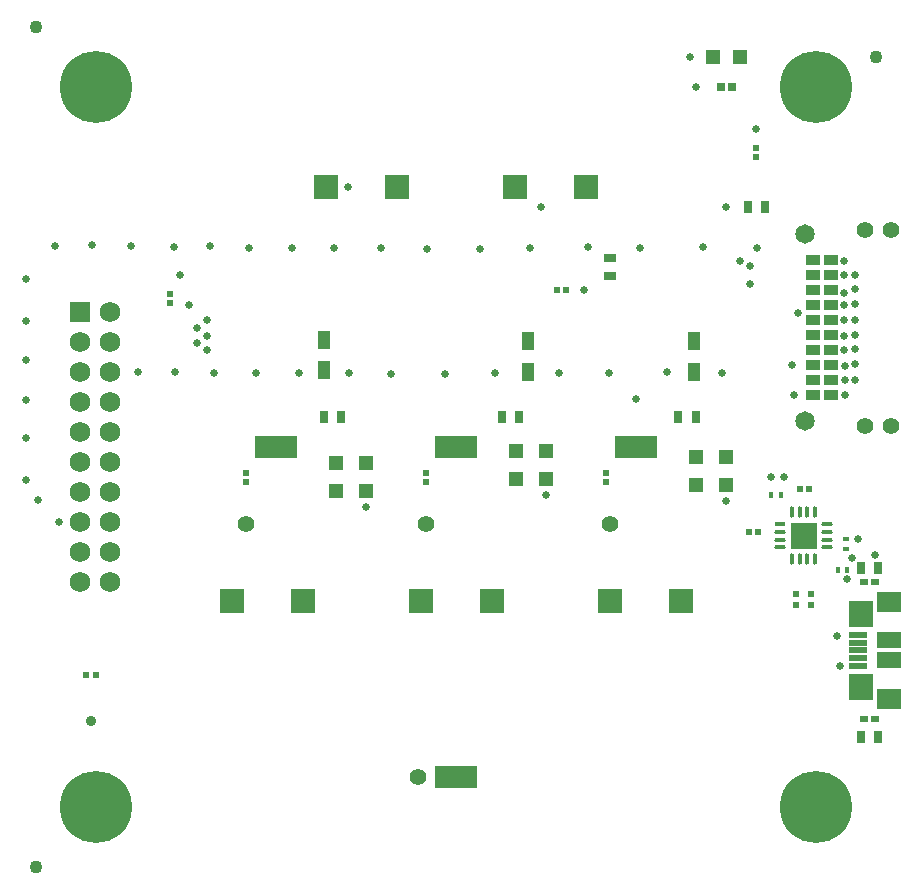
<source format=gts>
G04*
G04 #@! TF.GenerationSoftware,Altium Limited,Altium Designer,24.1.2 (44)*
G04*
G04 Layer_Color=8388736*
%FSLAX44Y44*%
%MOMM*%
G71*
G04*
G04 #@! TF.SameCoordinates,4D670051-7F49-4B36-91F3-1F1B1C4DC3BF*
G04*
G04*
G04 #@! TF.FilePolarity,Negative*
G04*
G01*
G75*
%ADD28R,0.9500X0.4000*%
G04:AMPARAMS|DCode=29|XSize=0.95mm|YSize=0.4mm|CornerRadius=0.2mm|HoleSize=0mm|Usage=FLASHONLY|Rotation=0.000|XOffset=0mm|YOffset=0mm|HoleType=Round|Shape=RoundedRectangle|*
%AMROUNDEDRECTD29*
21,1,0.9500,0.0000,0,0,0.0*
21,1,0.5500,0.4000,0,0,0.0*
1,1,0.4000,0.2750,0.0000*
1,1,0.4000,-0.2750,0.0000*
1,1,0.4000,-0.2750,0.0000*
1,1,0.4000,0.2750,0.0000*
%
%ADD29ROUNDEDRECTD29*%
G04:AMPARAMS|DCode=30|XSize=0.4mm|YSize=0.95mm|CornerRadius=0.2mm|HoleSize=0mm|Usage=FLASHONLY|Rotation=0.000|XOffset=0mm|YOffset=0mm|HoleType=Round|Shape=RoundedRectangle|*
%AMROUNDEDRECTD30*
21,1,0.4000,0.5500,0,0,0.0*
21,1,0.0000,0.9500,0,0,0.0*
1,1,0.4000,0.0000,-0.2750*
1,1,0.4000,0.0000,-0.2750*
1,1,0.4000,0.0000,0.2750*
1,1,0.4000,0.0000,0.2750*
%
%ADD30ROUNDEDRECTD30*%
%ADD31R,2.3000X2.3000*%
%ADD32R,0.4000X0.5000*%
%ADD33R,0.4725X0.4682*%
%ADD34R,0.5725X0.5682*%
%ADD35R,0.4725X0.5393*%
%ADD36R,2.0000X2.0000*%
%ADD37R,0.7000X0.5000*%
%ADD39R,0.5393X0.4725*%
%ADD42R,0.5000X0.4000*%
%ADD43R,0.4682X0.4725*%
%ADD44R,1.2430X0.8366*%
%ADD45R,1.2500X1.2500*%
%ADD46R,0.7500X1.0000*%
%ADD47R,1.1000X1.6000*%
%ADD48R,3.5320X1.8820*%
%ADD49R,2.0524X1.3524*%
%ADD50R,2.0524X1.7524*%
%ADD51R,2.1524X2.2524*%
%ADD52R,1.5024X0.5524*%
%ADD53R,0.7200X0.7200*%
%ADD54R,1.2500X1.2500*%
%ADD55R,1.0000X0.7500*%
%ADD56C,1.1000*%
%ADD57C,0.8874*%
%ADD58C,1.4224*%
%ADD59C,6.1000*%
%ADD60C,1.7400*%
%ADD61R,1.7400X1.7400*%
%ADD62C,1.6510*%
%ADD63C,0.6604*%
D28*
X274250Y-65250D02*
D03*
D29*
Y-71750D02*
D03*
Y-78250D02*
D03*
Y-84750D02*
D03*
X313750D02*
D03*
Y-78250D02*
D03*
Y-71750D02*
D03*
Y-65250D02*
D03*
D30*
X284250Y-94750D02*
D03*
X290750D02*
D03*
X297250D02*
D03*
X303750D02*
D03*
Y-55250D02*
D03*
X297250D02*
D03*
X290750D02*
D03*
X284250D02*
D03*
D31*
X294000Y-75000D02*
D03*
D32*
X331000Y-104000D02*
D03*
X323000D02*
D03*
X274500Y-40500D02*
D03*
X266500D02*
D03*
D33*
X-242500Y121957D02*
D03*
Y130000D02*
D03*
D34*
X287500Y-133521D02*
D03*
Y-124479D02*
D03*
X300500Y-133521D02*
D03*
Y-124479D02*
D03*
D35*
X-25400Y-21734D02*
D03*
Y-29066D02*
D03*
X127000Y-21734D02*
D03*
Y-29066D02*
D03*
X254000Y245834D02*
D03*
Y253166D02*
D03*
X-177800Y-21734D02*
D03*
Y-29066D02*
D03*
D36*
X-190000Y-130000D02*
D03*
X-130000D02*
D03*
X130000D02*
D03*
X190000D02*
D03*
X-30000D02*
D03*
X30000D02*
D03*
X-110000Y220000D02*
D03*
X-50000D02*
D03*
X50000D02*
D03*
X110000D02*
D03*
D37*
X345500Y-230000D02*
D03*
X354500D02*
D03*
Y-114000D02*
D03*
X345500D02*
D03*
D39*
X92566Y133350D02*
D03*
X85234D02*
D03*
D42*
X330000Y-86000D02*
D03*
Y-78000D02*
D03*
D43*
X298661Y-35560D02*
D03*
X290618D02*
D03*
X255522Y-72000D02*
D03*
X247479D02*
D03*
X-313521Y-192500D02*
D03*
X-305478D02*
D03*
D44*
X301874Y158150D02*
D03*
X317114D02*
D03*
X301874Y145450D02*
D03*
X317114D02*
D03*
X301874Y132750D02*
D03*
X317114D02*
D03*
X301874Y120050D02*
D03*
X317114D02*
D03*
X301874Y107350D02*
D03*
X317114D02*
D03*
X301874Y94650D02*
D03*
X317114D02*
D03*
X301874Y81950D02*
D03*
X317114D02*
D03*
X301874Y69250D02*
D03*
X317114D02*
D03*
X301874Y56550D02*
D03*
X317114D02*
D03*
X301874Y43850D02*
D03*
X317114D02*
D03*
D45*
X76200Y-3490D02*
D03*
Y-26990D02*
D03*
X50800Y-3490D02*
D03*
Y-26990D02*
D03*
X228600Y-32070D02*
D03*
Y-8570D02*
D03*
X-101600Y-37150D02*
D03*
Y-13650D02*
D03*
X203200Y-8570D02*
D03*
Y-32070D02*
D03*
X-76200Y-13650D02*
D03*
Y-37150D02*
D03*
D46*
X342750Y-245000D02*
D03*
X357250D02*
D03*
X-97750Y25500D02*
D03*
X-112250D02*
D03*
X202460Y25400D02*
D03*
X187960D02*
D03*
X38470D02*
D03*
X52970D02*
D03*
X246750Y203200D02*
D03*
X261250D02*
D03*
X357250Y-102500D02*
D03*
X342750D02*
D03*
D47*
X60500Y64000D02*
D03*
Y90000D02*
D03*
X201500Y63500D02*
D03*
Y89500D02*
D03*
X-112000Y65000D02*
D03*
Y91000D02*
D03*
D48*
X0Y0D02*
D03*
Y-279000D02*
D03*
X152400Y0D02*
D03*
X-152400D02*
D03*
D49*
X366375Y-180500D02*
D03*
Y-163500D02*
D03*
D50*
Y-213000D02*
D03*
Y-131000D02*
D03*
D51*
X342875Y-203000D02*
D03*
Y-141000D02*
D03*
D52*
X339625Y-185000D02*
D03*
Y-178500D02*
D03*
Y-172000D02*
D03*
Y-165500D02*
D03*
Y-159000D02*
D03*
D53*
X233100Y304800D02*
D03*
X224100D02*
D03*
D54*
X216850Y330200D02*
D03*
X240350D02*
D03*
D55*
X130000Y159750D02*
D03*
Y145250D02*
D03*
D56*
X-355600Y-355600D02*
D03*
X355600Y330200D02*
D03*
X-355600Y355600D02*
D03*
D57*
X-309000Y-232000D02*
D03*
D58*
X345562Y17942D02*
D03*
X368168D02*
D03*
X345562Y184058D02*
D03*
X368168D02*
D03*
X130000Y-65000D02*
D03*
X-25500D02*
D03*
X-178000D02*
D03*
X-32500Y-279000D02*
D03*
D59*
X304800Y-304800D02*
D03*
Y304800D02*
D03*
X-304800D02*
D03*
Y-304800D02*
D03*
D60*
X-293300Y-114300D02*
D03*
Y-88900D02*
D03*
Y-63500D02*
D03*
Y-38100D02*
D03*
Y-12700D02*
D03*
Y12700D02*
D03*
Y38100D02*
D03*
Y63500D02*
D03*
Y88900D02*
D03*
Y114300D02*
D03*
X-318700Y-114300D02*
D03*
Y-88900D02*
D03*
Y-63500D02*
D03*
Y-38100D02*
D03*
Y-12700D02*
D03*
Y12700D02*
D03*
Y38100D02*
D03*
Y63500D02*
D03*
Y88900D02*
D03*
D61*
Y114300D02*
D03*
D62*
X295000Y180250D02*
D03*
Y21750D02*
D03*
D63*
X289000Y114000D02*
D03*
X354500Y-91000D02*
D03*
X-219500Y101000D02*
D03*
Y88500D02*
D03*
X249000Y153000D02*
D03*
Y138000D02*
D03*
X240000Y158000D02*
D03*
X328500Y130500D02*
D03*
Y158000D02*
D03*
X284500Y69500D02*
D03*
X285500Y44000D02*
D03*
X254500Y169000D02*
D03*
X-211000Y82000D02*
D03*
Y94500D02*
D03*
Y107500D02*
D03*
X331000Y-111500D02*
D03*
X-92000Y220500D02*
D03*
X-226000Y120000D02*
D03*
X329000Y44500D02*
D03*
Y56500D02*
D03*
Y69000D02*
D03*
X328500Y82000D02*
D03*
Y94500D02*
D03*
Y107500D02*
D03*
Y120000D02*
D03*
Y145500D02*
D03*
X322000Y-159500D02*
D03*
X72000Y203000D02*
D03*
X-364500Y-27500D02*
D03*
Y8000D02*
D03*
Y40000D02*
D03*
X-354000Y-44500D02*
D03*
X-336500Y-63500D02*
D03*
X-364500Y74000D02*
D03*
Y106500D02*
D03*
X-364000Y142000D02*
D03*
X-339500Y170500D02*
D03*
X-308500Y171000D02*
D03*
X-275500Y170000D02*
D03*
X87000Y62500D02*
D03*
X-269500Y63500D02*
D03*
X-238500Y64000D02*
D03*
X-205500Y63000D02*
D03*
X-169500D02*
D03*
X-133500D02*
D03*
X-91000Y62500D02*
D03*
X-55000Y62000D02*
D03*
X-10000D02*
D03*
X32500Y62500D02*
D03*
X129500Y63000D02*
D03*
X178500Y63500D02*
D03*
X224500Y63000D02*
D03*
X-234000Y146000D02*
D03*
X277000Y-25500D02*
D03*
X337500Y57000D02*
D03*
Y70000D02*
D03*
Y83000D02*
D03*
Y95000D02*
D03*
Y108000D02*
D03*
Y121000D02*
D03*
X337500Y133500D02*
D03*
X337500Y146000D02*
D03*
X208500Y169500D02*
D03*
X155500Y169000D02*
D03*
X111500Y169500D02*
D03*
X62500Y168500D02*
D03*
X20000Y168000D02*
D03*
X-25000D02*
D03*
X-64000Y168500D02*
D03*
X-103500Y169000D02*
D03*
X-139500D02*
D03*
X-175500D02*
D03*
X-208500Y170000D02*
D03*
X-239500Y169500D02*
D03*
X339826Y-78000D02*
D03*
X335000Y-94000D02*
D03*
X325144Y-185000D02*
D03*
X293940Y-75340D02*
D03*
X266500Y-25500D02*
D03*
X254000Y269240D02*
D03*
X198120Y330200D02*
D03*
X203200Y304800D02*
D03*
X-76200Y-50800D02*
D03*
X76200Y-40640D02*
D03*
X228600Y-45720D02*
D03*
X152400Y40640D02*
D03*
X228600Y203200D02*
D03*
X107950Y133350D02*
D03*
M02*

</source>
